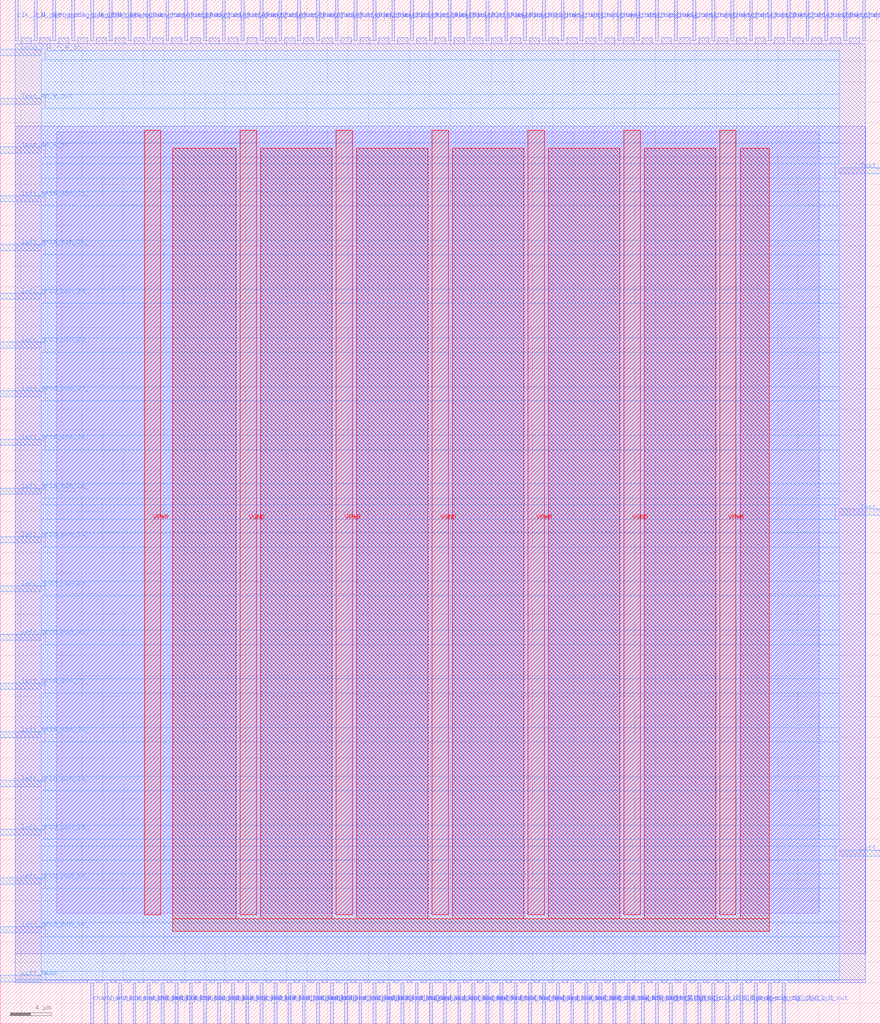
<source format=lef>
VERSION 5.7 ;
  NOWIREEXTENSIONATPIN ON ;
  DIVIDERCHAR "/" ;
  BUSBITCHARS "[]" ;
MACRO cby_1__1_
  CLASS BLOCK ;
  FOREIGN cby_1__1_ ;
  ORIGIN 0.000 0.000 ;
  SIZE 86.000 BY 100.000 ;
  PIN Test_en_E_in
    DIRECTION INPUT ;
    USE SIGNAL ;
    PORT
      LAYER met3 ;
        RECT 82.000 83.000 86.000 83.600 ;
    END
  END Test_en_E_in
  PIN Test_en_E_out
    DIRECTION OUTPUT TRISTATE ;
    USE SIGNAL ;
    PORT
      LAYER met3 ;
        RECT 82.000 49.680 86.000 50.280 ;
    END
  END Test_en_E_out
  PIN Test_en_N_out
    DIRECTION OUTPUT TRISTATE ;
    USE SIGNAL ;
    PORT
      LAYER met2 ;
        RECT 10.670 96.000 10.950 100.000 ;
    END
  END Test_en_N_out
  PIN Test_en_S_in
    DIRECTION INPUT ;
    USE SIGNAL ;
    PORT
      LAYER met2 ;
        RECT 64.030 0.000 64.310 4.000 ;
    END
  END Test_en_S_in
  PIN Test_en_W_in
    DIRECTION INPUT ;
    USE SIGNAL ;
    PORT
      LAYER met3 ;
        RECT 0.000 85.040 4.000 85.640 ;
    END
  END Test_en_W_in
  PIN Test_en_W_out
    DIRECTION OUTPUT TRISTATE ;
    USE SIGNAL ;
    PORT
      LAYER met3 ;
        RECT 0.000 89.800 4.000 90.400 ;
    END
  END Test_en_W_out
  PIN VGND
    DIRECTION INOUT ;
    USE GROUND ;
    PORT
      LAYER met4 ;
        RECT 23.460 10.640 25.060 87.280 ;
    END
    PORT
      LAYER met4 ;
        RECT 42.200 10.640 43.800 87.280 ;
    END
    PORT
      LAYER met4 ;
        RECT 60.940 10.640 62.540 87.280 ;
    END
  END VGND
  PIN VPWR
    DIRECTION INOUT ;
    USE POWER ;
    PORT
      LAYER met4 ;
        RECT 14.090 10.640 15.690 87.280 ;
    END
    PORT
      LAYER met4 ;
        RECT 32.830 10.640 34.430 87.280 ;
    END
    PORT
      LAYER met4 ;
        RECT 51.570 10.640 53.170 87.280 ;
    END
    PORT
      LAYER met4 ;
        RECT 70.310 10.640 71.910 87.280 ;
    END
  END VPWR
  PIN ccff_head
    DIRECTION INPUT ;
    USE SIGNAL ;
    PORT
      LAYER met3 ;
        RECT 0.000 4.120 4.000 4.720 ;
    END
  END ccff_head
  PIN ccff_tail
    DIRECTION OUTPUT TRISTATE ;
    USE SIGNAL ;
    PORT
      LAYER met3 ;
        RECT 82.000 16.360 86.000 16.960 ;
    END
  END ccff_tail
  PIN chany_bottom_in[0]
    DIRECTION INPUT ;
    USE SIGNAL ;
    PORT
      LAYER met2 ;
        RECT 36.430 0.000 36.710 4.000 ;
    END
  END chany_bottom_in[0]
  PIN chany_bottom_in[10]
    DIRECTION INPUT ;
    USE SIGNAL ;
    PORT
      LAYER met2 ;
        RECT 50.230 0.000 50.510 4.000 ;
    END
  END chany_bottom_in[10]
  PIN chany_bottom_in[11]
    DIRECTION INPUT ;
    USE SIGNAL ;
    PORT
      LAYER met2 ;
        RECT 51.610 0.000 51.890 4.000 ;
    END
  END chany_bottom_in[11]
  PIN chany_bottom_in[12]
    DIRECTION INPUT ;
    USE SIGNAL ;
    PORT
      LAYER met2 ;
        RECT 52.990 0.000 53.270 4.000 ;
    END
  END chany_bottom_in[12]
  PIN chany_bottom_in[13]
    DIRECTION INPUT ;
    USE SIGNAL ;
    PORT
      LAYER met2 ;
        RECT 54.370 0.000 54.650 4.000 ;
    END
  END chany_bottom_in[13]
  PIN chany_bottom_in[14]
    DIRECTION INPUT ;
    USE SIGNAL ;
    PORT
      LAYER met2 ;
        RECT 55.750 0.000 56.030 4.000 ;
    END
  END chany_bottom_in[14]
  PIN chany_bottom_in[15]
    DIRECTION INPUT ;
    USE SIGNAL ;
    PORT
      LAYER met2 ;
        RECT 57.130 0.000 57.410 4.000 ;
    END
  END chany_bottom_in[15]
  PIN chany_bottom_in[16]
    DIRECTION INPUT ;
    USE SIGNAL ;
    PORT
      LAYER met2 ;
        RECT 58.510 0.000 58.790 4.000 ;
    END
  END chany_bottom_in[16]
  PIN chany_bottom_in[17]
    DIRECTION INPUT ;
    USE SIGNAL ;
    PORT
      LAYER met2 ;
        RECT 59.890 0.000 60.170 4.000 ;
    END
  END chany_bottom_in[17]
  PIN chany_bottom_in[18]
    DIRECTION INPUT ;
    USE SIGNAL ;
    PORT
      LAYER met2 ;
        RECT 61.270 0.000 61.550 4.000 ;
    END
  END chany_bottom_in[18]
  PIN chany_bottom_in[19]
    DIRECTION INPUT ;
    USE SIGNAL ;
    PORT
      LAYER met2 ;
        RECT 62.650 0.000 62.930 4.000 ;
    END
  END chany_bottom_in[19]
  PIN chany_bottom_in[1]
    DIRECTION INPUT ;
    USE SIGNAL ;
    PORT
      LAYER met2 ;
        RECT 37.810 0.000 38.090 4.000 ;
    END
  END chany_bottom_in[1]
  PIN chany_bottom_in[2]
    DIRECTION INPUT ;
    USE SIGNAL ;
    PORT
      LAYER met2 ;
        RECT 39.190 0.000 39.470 4.000 ;
    END
  END chany_bottom_in[2]
  PIN chany_bottom_in[3]
    DIRECTION INPUT ;
    USE SIGNAL ;
    PORT
      LAYER met2 ;
        RECT 40.570 0.000 40.850 4.000 ;
    END
  END chany_bottom_in[3]
  PIN chany_bottom_in[4]
    DIRECTION INPUT ;
    USE SIGNAL ;
    PORT
      LAYER met2 ;
        RECT 41.950 0.000 42.230 4.000 ;
    END
  END chany_bottom_in[4]
  PIN chany_bottom_in[5]
    DIRECTION INPUT ;
    USE SIGNAL ;
    PORT
      LAYER met2 ;
        RECT 43.330 0.000 43.610 4.000 ;
    END
  END chany_bottom_in[5]
  PIN chany_bottom_in[6]
    DIRECTION INPUT ;
    USE SIGNAL ;
    PORT
      LAYER met2 ;
        RECT 44.710 0.000 44.990 4.000 ;
    END
  END chany_bottom_in[6]
  PIN chany_bottom_in[7]
    DIRECTION INPUT ;
    USE SIGNAL ;
    PORT
      LAYER met2 ;
        RECT 46.090 0.000 46.370 4.000 ;
    END
  END chany_bottom_in[7]
  PIN chany_bottom_in[8]
    DIRECTION INPUT ;
    USE SIGNAL ;
    PORT
      LAYER met2 ;
        RECT 47.470 0.000 47.750 4.000 ;
    END
  END chany_bottom_in[8]
  PIN chany_bottom_in[9]
    DIRECTION INPUT ;
    USE SIGNAL ;
    PORT
      LAYER met2 ;
        RECT 48.850 0.000 49.130 4.000 ;
    END
  END chany_bottom_in[9]
  PIN chany_bottom_out[0]
    DIRECTION OUTPUT TRISTATE ;
    USE SIGNAL ;
    PORT
      LAYER met2 ;
        RECT 8.830 0.000 9.110 4.000 ;
    END
  END chany_bottom_out[0]
  PIN chany_bottom_out[10]
    DIRECTION OUTPUT TRISTATE ;
    USE SIGNAL ;
    PORT
      LAYER met2 ;
        RECT 22.630 0.000 22.910 4.000 ;
    END
  END chany_bottom_out[10]
  PIN chany_bottom_out[11]
    DIRECTION OUTPUT TRISTATE ;
    USE SIGNAL ;
    PORT
      LAYER met2 ;
        RECT 24.010 0.000 24.290 4.000 ;
    END
  END chany_bottom_out[11]
  PIN chany_bottom_out[12]
    DIRECTION OUTPUT TRISTATE ;
    USE SIGNAL ;
    PORT
      LAYER met2 ;
        RECT 25.390 0.000 25.670 4.000 ;
    END
  END chany_bottom_out[12]
  PIN chany_bottom_out[13]
    DIRECTION OUTPUT TRISTATE ;
    USE SIGNAL ;
    PORT
      LAYER met2 ;
        RECT 26.770 0.000 27.050 4.000 ;
    END
  END chany_bottom_out[13]
  PIN chany_bottom_out[14]
    DIRECTION OUTPUT TRISTATE ;
    USE SIGNAL ;
    PORT
      LAYER met2 ;
        RECT 28.150 0.000 28.430 4.000 ;
    END
  END chany_bottom_out[14]
  PIN chany_bottom_out[15]
    DIRECTION OUTPUT TRISTATE ;
    USE SIGNAL ;
    PORT
      LAYER met2 ;
        RECT 29.530 0.000 29.810 4.000 ;
    END
  END chany_bottom_out[15]
  PIN chany_bottom_out[16]
    DIRECTION OUTPUT TRISTATE ;
    USE SIGNAL ;
    PORT
      LAYER met2 ;
        RECT 30.910 0.000 31.190 4.000 ;
    END
  END chany_bottom_out[16]
  PIN chany_bottom_out[17]
    DIRECTION OUTPUT TRISTATE ;
    USE SIGNAL ;
    PORT
      LAYER met2 ;
        RECT 32.290 0.000 32.570 4.000 ;
    END
  END chany_bottom_out[17]
  PIN chany_bottom_out[18]
    DIRECTION OUTPUT TRISTATE ;
    USE SIGNAL ;
    PORT
      LAYER met2 ;
        RECT 33.670 0.000 33.950 4.000 ;
    END
  END chany_bottom_out[18]
  PIN chany_bottom_out[19]
    DIRECTION OUTPUT TRISTATE ;
    USE SIGNAL ;
    PORT
      LAYER met2 ;
        RECT 35.050 0.000 35.330 4.000 ;
    END
  END chany_bottom_out[19]
  PIN chany_bottom_out[1]
    DIRECTION OUTPUT TRISTATE ;
    USE SIGNAL ;
    PORT
      LAYER met2 ;
        RECT 10.210 0.000 10.490 4.000 ;
    END
  END chany_bottom_out[1]
  PIN chany_bottom_out[2]
    DIRECTION OUTPUT TRISTATE ;
    USE SIGNAL ;
    PORT
      LAYER met2 ;
        RECT 11.590 0.000 11.870 4.000 ;
    END
  END chany_bottom_out[2]
  PIN chany_bottom_out[3]
    DIRECTION OUTPUT TRISTATE ;
    USE SIGNAL ;
    PORT
      LAYER met2 ;
        RECT 12.970 0.000 13.250 4.000 ;
    END
  END chany_bottom_out[3]
  PIN chany_bottom_out[4]
    DIRECTION OUTPUT TRISTATE ;
    USE SIGNAL ;
    PORT
      LAYER met2 ;
        RECT 14.350 0.000 14.630 4.000 ;
    END
  END chany_bottom_out[4]
  PIN chany_bottom_out[5]
    DIRECTION OUTPUT TRISTATE ;
    USE SIGNAL ;
    PORT
      LAYER met2 ;
        RECT 15.730 0.000 16.010 4.000 ;
    END
  END chany_bottom_out[5]
  PIN chany_bottom_out[6]
    DIRECTION OUTPUT TRISTATE ;
    USE SIGNAL ;
    PORT
      LAYER met2 ;
        RECT 17.110 0.000 17.390 4.000 ;
    END
  END chany_bottom_out[6]
  PIN chany_bottom_out[7]
    DIRECTION OUTPUT TRISTATE ;
    USE SIGNAL ;
    PORT
      LAYER met2 ;
        RECT 18.490 0.000 18.770 4.000 ;
    END
  END chany_bottom_out[7]
  PIN chany_bottom_out[8]
    DIRECTION OUTPUT TRISTATE ;
    USE SIGNAL ;
    PORT
      LAYER met2 ;
        RECT 19.870 0.000 20.150 4.000 ;
    END
  END chany_bottom_out[8]
  PIN chany_bottom_out[9]
    DIRECTION OUTPUT TRISTATE ;
    USE SIGNAL ;
    PORT
      LAYER met2 ;
        RECT 21.250 0.000 21.530 4.000 ;
    END
  END chany_bottom_out[9]
  PIN chany_top_in[0]
    DIRECTION INPUT ;
    USE SIGNAL ;
    PORT
      LAYER met2 ;
        RECT 49.310 96.000 49.590 100.000 ;
    END
  END chany_top_in[0]
  PIN chany_top_in[10]
    DIRECTION INPUT ;
    USE SIGNAL ;
    PORT
      LAYER met2 ;
        RECT 67.710 96.000 67.990 100.000 ;
    END
  END chany_top_in[10]
  PIN chany_top_in[11]
    DIRECTION INPUT ;
    USE SIGNAL ;
    PORT
      LAYER met2 ;
        RECT 69.550 96.000 69.830 100.000 ;
    END
  END chany_top_in[11]
  PIN chany_top_in[12]
    DIRECTION INPUT ;
    USE SIGNAL ;
    PORT
      LAYER met2 ;
        RECT 71.390 96.000 71.670 100.000 ;
    END
  END chany_top_in[12]
  PIN chany_top_in[13]
    DIRECTION INPUT ;
    USE SIGNAL ;
    PORT
      LAYER met2 ;
        RECT 73.230 96.000 73.510 100.000 ;
    END
  END chany_top_in[13]
  PIN chany_top_in[14]
    DIRECTION INPUT ;
    USE SIGNAL ;
    PORT
      LAYER met2 ;
        RECT 75.070 96.000 75.350 100.000 ;
    END
  END chany_top_in[14]
  PIN chany_top_in[15]
    DIRECTION INPUT ;
    USE SIGNAL ;
    PORT
      LAYER met2 ;
        RECT 76.910 96.000 77.190 100.000 ;
    END
  END chany_top_in[15]
  PIN chany_top_in[16]
    DIRECTION INPUT ;
    USE SIGNAL ;
    PORT
      LAYER met2 ;
        RECT 78.750 96.000 79.030 100.000 ;
    END
  END chany_top_in[16]
  PIN chany_top_in[17]
    DIRECTION INPUT ;
    USE SIGNAL ;
    PORT
      LAYER met2 ;
        RECT 80.590 96.000 80.870 100.000 ;
    END
  END chany_top_in[17]
  PIN chany_top_in[18]
    DIRECTION INPUT ;
    USE SIGNAL ;
    PORT
      LAYER met2 ;
        RECT 82.430 96.000 82.710 100.000 ;
    END
  END chany_top_in[18]
  PIN chany_top_in[19]
    DIRECTION INPUT ;
    USE SIGNAL ;
    PORT
      LAYER met2 ;
        RECT 84.270 96.000 84.550 100.000 ;
    END
  END chany_top_in[19]
  PIN chany_top_in[1]
    DIRECTION INPUT ;
    USE SIGNAL ;
    PORT
      LAYER met2 ;
        RECT 51.150 96.000 51.430 100.000 ;
    END
  END chany_top_in[1]
  PIN chany_top_in[2]
    DIRECTION INPUT ;
    USE SIGNAL ;
    PORT
      LAYER met2 ;
        RECT 52.990 96.000 53.270 100.000 ;
    END
  END chany_top_in[2]
  PIN chany_top_in[3]
    DIRECTION INPUT ;
    USE SIGNAL ;
    PORT
      LAYER met2 ;
        RECT 54.830 96.000 55.110 100.000 ;
    END
  END chany_top_in[3]
  PIN chany_top_in[4]
    DIRECTION INPUT ;
    USE SIGNAL ;
    PORT
      LAYER met2 ;
        RECT 56.670 96.000 56.950 100.000 ;
    END
  END chany_top_in[4]
  PIN chany_top_in[5]
    DIRECTION INPUT ;
    USE SIGNAL ;
    PORT
      LAYER met2 ;
        RECT 58.510 96.000 58.790 100.000 ;
    END
  END chany_top_in[5]
  PIN chany_top_in[6]
    DIRECTION INPUT ;
    USE SIGNAL ;
    PORT
      LAYER met2 ;
        RECT 60.350 96.000 60.630 100.000 ;
    END
  END chany_top_in[6]
  PIN chany_top_in[7]
    DIRECTION INPUT ;
    USE SIGNAL ;
    PORT
      LAYER met2 ;
        RECT 62.190 96.000 62.470 100.000 ;
    END
  END chany_top_in[7]
  PIN chany_top_in[8]
    DIRECTION INPUT ;
    USE SIGNAL ;
    PORT
      LAYER met2 ;
        RECT 64.030 96.000 64.310 100.000 ;
    END
  END chany_top_in[8]
  PIN chany_top_in[9]
    DIRECTION INPUT ;
    USE SIGNAL ;
    PORT
      LAYER met2 ;
        RECT 65.870 96.000 66.150 100.000 ;
    END
  END chany_top_in[9]
  PIN chany_top_out[0]
    DIRECTION OUTPUT TRISTATE ;
    USE SIGNAL ;
    PORT
      LAYER met2 ;
        RECT 12.510 96.000 12.790 100.000 ;
    END
  END chany_top_out[0]
  PIN chany_top_out[10]
    DIRECTION OUTPUT TRISTATE ;
    USE SIGNAL ;
    PORT
      LAYER met2 ;
        RECT 30.910 96.000 31.190 100.000 ;
    END
  END chany_top_out[10]
  PIN chany_top_out[11]
    DIRECTION OUTPUT TRISTATE ;
    USE SIGNAL ;
    PORT
      LAYER met2 ;
        RECT 32.750 96.000 33.030 100.000 ;
    END
  END chany_top_out[11]
  PIN chany_top_out[12]
    DIRECTION OUTPUT TRISTATE ;
    USE SIGNAL ;
    PORT
      LAYER met2 ;
        RECT 34.590 96.000 34.870 100.000 ;
    END
  END chany_top_out[12]
  PIN chany_top_out[13]
    DIRECTION OUTPUT TRISTATE ;
    USE SIGNAL ;
    PORT
      LAYER met2 ;
        RECT 36.430 96.000 36.710 100.000 ;
    END
  END chany_top_out[13]
  PIN chany_top_out[14]
    DIRECTION OUTPUT TRISTATE ;
    USE SIGNAL ;
    PORT
      LAYER met2 ;
        RECT 38.270 96.000 38.550 100.000 ;
    END
  END chany_top_out[14]
  PIN chany_top_out[15]
    DIRECTION OUTPUT TRISTATE ;
    USE SIGNAL ;
    PORT
      LAYER met2 ;
        RECT 40.110 96.000 40.390 100.000 ;
    END
  END chany_top_out[15]
  PIN chany_top_out[16]
    DIRECTION OUTPUT TRISTATE ;
    USE SIGNAL ;
    PORT
      LAYER met2 ;
        RECT 41.950 96.000 42.230 100.000 ;
    END
  END chany_top_out[16]
  PIN chany_top_out[17]
    DIRECTION OUTPUT TRISTATE ;
    USE SIGNAL ;
    PORT
      LAYER met2 ;
        RECT 43.790 96.000 44.070 100.000 ;
    END
  END chany_top_out[17]
  PIN chany_top_out[18]
    DIRECTION OUTPUT TRISTATE ;
    USE SIGNAL ;
    PORT
      LAYER met2 ;
        RECT 45.630 96.000 45.910 100.000 ;
    END
  END chany_top_out[18]
  PIN chany_top_out[19]
    DIRECTION OUTPUT TRISTATE ;
    USE SIGNAL ;
    PORT
      LAYER met2 ;
        RECT 47.470 96.000 47.750 100.000 ;
    END
  END chany_top_out[19]
  PIN chany_top_out[1]
    DIRECTION OUTPUT TRISTATE ;
    USE SIGNAL ;
    PORT
      LAYER met2 ;
        RECT 14.350 96.000 14.630 100.000 ;
    END
  END chany_top_out[1]
  PIN chany_top_out[2]
    DIRECTION OUTPUT TRISTATE ;
    USE SIGNAL ;
    PORT
      LAYER met2 ;
        RECT 16.190 96.000 16.470 100.000 ;
    END
  END chany_top_out[2]
  PIN chany_top_out[3]
    DIRECTION OUTPUT TRISTATE ;
    USE SIGNAL ;
    PORT
      LAYER met2 ;
        RECT 18.030 96.000 18.310 100.000 ;
    END
  END chany_top_out[3]
  PIN chany_top_out[4]
    DIRECTION OUTPUT TRISTATE ;
    USE SIGNAL ;
    PORT
      LAYER met2 ;
        RECT 19.870 96.000 20.150 100.000 ;
    END
  END chany_top_out[4]
  PIN chany_top_out[5]
    DIRECTION OUTPUT TRISTATE ;
    USE SIGNAL ;
    PORT
      LAYER met2 ;
        RECT 21.710 96.000 21.990 100.000 ;
    END
  END chany_top_out[5]
  PIN chany_top_out[6]
    DIRECTION OUTPUT TRISTATE ;
    USE SIGNAL ;
    PORT
      LAYER met2 ;
        RECT 23.550 96.000 23.830 100.000 ;
    END
  END chany_top_out[6]
  PIN chany_top_out[7]
    DIRECTION OUTPUT TRISTATE ;
    USE SIGNAL ;
    PORT
      LAYER met2 ;
        RECT 25.390 96.000 25.670 100.000 ;
    END
  END chany_top_out[7]
  PIN chany_top_out[8]
    DIRECTION OUTPUT TRISTATE ;
    USE SIGNAL ;
    PORT
      LAYER met2 ;
        RECT 27.230 96.000 27.510 100.000 ;
    END
  END chany_top_out[8]
  PIN chany_top_out[9]
    DIRECTION OUTPUT TRISTATE ;
    USE SIGNAL ;
    PORT
      LAYER met2 ;
        RECT 29.070 96.000 29.350 100.000 ;
    END
  END chany_top_out[9]
  PIN clk_2_N_out
    DIRECTION OUTPUT TRISTATE ;
    USE SIGNAL ;
    PORT
      LAYER met2 ;
        RECT 1.470 96.000 1.750 100.000 ;
    END
  END clk_2_N_out
  PIN clk_2_S_in
    DIRECTION INPUT ;
    USE SIGNAL ;
    PORT
      LAYER met2 ;
        RECT 65.410 0.000 65.690 4.000 ;
    END
  END clk_2_S_in
  PIN clk_2_S_out
    DIRECTION OUTPUT TRISTATE ;
    USE SIGNAL ;
    PORT
      LAYER met2 ;
        RECT 70.930 0.000 71.210 4.000 ;
    END
  END clk_2_S_out
  PIN clk_3_N_out
    DIRECTION OUTPUT TRISTATE ;
    USE SIGNAL ;
    PORT
      LAYER met2 ;
        RECT 3.310 96.000 3.590 100.000 ;
    END
  END clk_3_N_out
  PIN clk_3_S_in
    DIRECTION INPUT ;
    USE SIGNAL ;
    PORT
      LAYER met2 ;
        RECT 66.790 0.000 67.070 4.000 ;
    END
  END clk_3_S_in
  PIN clk_3_S_out
    DIRECTION OUTPUT TRISTATE ;
    USE SIGNAL ;
    PORT
      LAYER met2 ;
        RECT 72.310 0.000 72.590 4.000 ;
    END
  END clk_3_S_out
  PIN left_grid_pin_16_
    DIRECTION OUTPUT TRISTATE ;
    USE SIGNAL ;
    PORT
      LAYER met3 ;
        RECT 0.000 8.880 4.000 9.480 ;
    END
  END left_grid_pin_16_
  PIN left_grid_pin_17_
    DIRECTION OUTPUT TRISTATE ;
    USE SIGNAL ;
    PORT
      LAYER met3 ;
        RECT 0.000 13.640 4.000 14.240 ;
    END
  END left_grid_pin_17_
  PIN left_grid_pin_18_
    DIRECTION OUTPUT TRISTATE ;
    USE SIGNAL ;
    PORT
      LAYER met3 ;
        RECT 0.000 18.400 4.000 19.000 ;
    END
  END left_grid_pin_18_
  PIN left_grid_pin_19_
    DIRECTION OUTPUT TRISTATE ;
    USE SIGNAL ;
    PORT
      LAYER met3 ;
        RECT 0.000 23.160 4.000 23.760 ;
    END
  END left_grid_pin_19_
  PIN left_grid_pin_20_
    DIRECTION OUTPUT TRISTATE ;
    USE SIGNAL ;
    PORT
      LAYER met3 ;
        RECT 0.000 27.920 4.000 28.520 ;
    END
  END left_grid_pin_20_
  PIN left_grid_pin_21_
    DIRECTION OUTPUT TRISTATE ;
    USE SIGNAL ;
    PORT
      LAYER met3 ;
        RECT 0.000 32.680 4.000 33.280 ;
    END
  END left_grid_pin_21_
  PIN left_grid_pin_22_
    DIRECTION OUTPUT TRISTATE ;
    USE SIGNAL ;
    PORT
      LAYER met3 ;
        RECT 0.000 37.440 4.000 38.040 ;
    END
  END left_grid_pin_22_
  PIN left_grid_pin_23_
    DIRECTION OUTPUT TRISTATE ;
    USE SIGNAL ;
    PORT
      LAYER met3 ;
        RECT 0.000 42.200 4.000 42.800 ;
    END
  END left_grid_pin_23_
  PIN left_grid_pin_24_
    DIRECTION OUTPUT TRISTATE ;
    USE SIGNAL ;
    PORT
      LAYER met3 ;
        RECT 0.000 46.960 4.000 47.560 ;
    END
  END left_grid_pin_24_
  PIN left_grid_pin_25_
    DIRECTION OUTPUT TRISTATE ;
    USE SIGNAL ;
    PORT
      LAYER met3 ;
        RECT 0.000 51.720 4.000 52.320 ;
    END
  END left_grid_pin_25_
  PIN left_grid_pin_26_
    DIRECTION OUTPUT TRISTATE ;
    USE SIGNAL ;
    PORT
      LAYER met3 ;
        RECT 0.000 56.480 4.000 57.080 ;
    END
  END left_grid_pin_26_
  PIN left_grid_pin_27_
    DIRECTION OUTPUT TRISTATE ;
    USE SIGNAL ;
    PORT
      LAYER met3 ;
        RECT 0.000 61.240 4.000 61.840 ;
    END
  END left_grid_pin_27_
  PIN left_grid_pin_28_
    DIRECTION OUTPUT TRISTATE ;
    USE SIGNAL ;
    PORT
      LAYER met3 ;
        RECT 0.000 66.000 4.000 66.600 ;
    END
  END left_grid_pin_28_
  PIN left_grid_pin_29_
    DIRECTION OUTPUT TRISTATE ;
    USE SIGNAL ;
    PORT
      LAYER met3 ;
        RECT 0.000 70.760 4.000 71.360 ;
    END
  END left_grid_pin_29_
  PIN left_grid_pin_30_
    DIRECTION OUTPUT TRISTATE ;
    USE SIGNAL ;
    PORT
      LAYER met3 ;
        RECT 0.000 75.520 4.000 76.120 ;
    END
  END left_grid_pin_30_
  PIN left_grid_pin_31_
    DIRECTION OUTPUT TRISTATE ;
    USE SIGNAL ;
    PORT
      LAYER met3 ;
        RECT 0.000 80.280 4.000 80.880 ;
    END
  END left_grid_pin_31_
  PIN prog_clk_0_N_out
    DIRECTION OUTPUT TRISTATE ;
    USE SIGNAL ;
    PORT
      LAYER met2 ;
        RECT 5.150 96.000 5.430 100.000 ;
    END
  END prog_clk_0_N_out
  PIN prog_clk_0_S_out
    DIRECTION OUTPUT TRISTATE ;
    USE SIGNAL ;
    PORT
      LAYER met2 ;
        RECT 73.690 0.000 73.970 4.000 ;
    END
  END prog_clk_0_S_out
  PIN prog_clk_0_W_in
    DIRECTION INPUT ;
    USE SIGNAL ;
    PORT
      LAYER met3 ;
        RECT 0.000 94.560 4.000 95.160 ;
    END
  END prog_clk_0_W_in
  PIN prog_clk_2_N_out
    DIRECTION OUTPUT TRISTATE ;
    USE SIGNAL ;
    PORT
      LAYER met2 ;
        RECT 6.990 96.000 7.270 100.000 ;
    END
  END prog_clk_2_N_out
  PIN prog_clk_2_S_in
    DIRECTION INPUT ;
    USE SIGNAL ;
    PORT
      LAYER met2 ;
        RECT 68.170 0.000 68.450 4.000 ;
    END
  END prog_clk_2_S_in
  PIN prog_clk_2_S_out
    DIRECTION OUTPUT TRISTATE ;
    USE SIGNAL ;
    PORT
      LAYER met2 ;
        RECT 75.070 0.000 75.350 4.000 ;
    END
  END prog_clk_2_S_out
  PIN prog_clk_3_N_out
    DIRECTION OUTPUT TRISTATE ;
    USE SIGNAL ;
    PORT
      LAYER met2 ;
        RECT 8.830 96.000 9.110 100.000 ;
    END
  END prog_clk_3_N_out
  PIN prog_clk_3_S_in
    DIRECTION INPUT ;
    USE SIGNAL ;
    PORT
      LAYER met2 ;
        RECT 69.550 0.000 69.830 4.000 ;
    END
  END prog_clk_3_S_in
  PIN prog_clk_3_S_out
    DIRECTION OUTPUT TRISTATE ;
    USE SIGNAL ;
    PORT
      LAYER met2 ;
        RECT 76.450 0.000 76.730 4.000 ;
    END
  END prog_clk_3_S_out
  OBS
      LAYER li1 ;
        RECT 5.520 10.795 80.040 87.125 ;
      LAYER met1 ;
        RECT 1.450 6.840 84.570 87.680 ;
      LAYER met2 ;
        RECT 2.030 95.720 3.030 96.290 ;
        RECT 3.870 95.720 4.870 96.290 ;
        RECT 5.710 95.720 6.710 96.290 ;
        RECT 7.550 95.720 8.550 96.290 ;
        RECT 9.390 95.720 10.390 96.290 ;
        RECT 11.230 95.720 12.230 96.290 ;
        RECT 13.070 95.720 14.070 96.290 ;
        RECT 14.910 95.720 15.910 96.290 ;
        RECT 16.750 95.720 17.750 96.290 ;
        RECT 18.590 95.720 19.590 96.290 ;
        RECT 20.430 95.720 21.430 96.290 ;
        RECT 22.270 95.720 23.270 96.290 ;
        RECT 24.110 95.720 25.110 96.290 ;
        RECT 25.950 95.720 26.950 96.290 ;
        RECT 27.790 95.720 28.790 96.290 ;
        RECT 29.630 95.720 30.630 96.290 ;
        RECT 31.470 95.720 32.470 96.290 ;
        RECT 33.310 95.720 34.310 96.290 ;
        RECT 35.150 95.720 36.150 96.290 ;
        RECT 36.990 95.720 37.990 96.290 ;
        RECT 38.830 95.720 39.830 96.290 ;
        RECT 40.670 95.720 41.670 96.290 ;
        RECT 42.510 95.720 43.510 96.290 ;
        RECT 44.350 95.720 45.350 96.290 ;
        RECT 46.190 95.720 47.190 96.290 ;
        RECT 48.030 95.720 49.030 96.290 ;
        RECT 49.870 95.720 50.870 96.290 ;
        RECT 51.710 95.720 52.710 96.290 ;
        RECT 53.550 95.720 54.550 96.290 ;
        RECT 55.390 95.720 56.390 96.290 ;
        RECT 57.230 95.720 58.230 96.290 ;
        RECT 59.070 95.720 60.070 96.290 ;
        RECT 60.910 95.720 61.910 96.290 ;
        RECT 62.750 95.720 63.750 96.290 ;
        RECT 64.590 95.720 65.590 96.290 ;
        RECT 66.430 95.720 67.430 96.290 ;
        RECT 68.270 95.720 69.270 96.290 ;
        RECT 70.110 95.720 71.110 96.290 ;
        RECT 71.950 95.720 72.950 96.290 ;
        RECT 73.790 95.720 74.790 96.290 ;
        RECT 75.630 95.720 76.630 96.290 ;
        RECT 77.470 95.720 78.470 96.290 ;
        RECT 79.310 95.720 80.310 96.290 ;
        RECT 81.150 95.720 82.150 96.290 ;
        RECT 82.990 95.720 83.990 96.290 ;
        RECT 1.480 4.280 84.540 95.720 ;
        RECT 1.480 4.000 8.550 4.280 ;
        RECT 9.390 4.000 9.930 4.280 ;
        RECT 10.770 4.000 11.310 4.280 ;
        RECT 12.150 4.000 12.690 4.280 ;
        RECT 13.530 4.000 14.070 4.280 ;
        RECT 14.910 4.000 15.450 4.280 ;
        RECT 16.290 4.000 16.830 4.280 ;
        RECT 17.670 4.000 18.210 4.280 ;
        RECT 19.050 4.000 19.590 4.280 ;
        RECT 20.430 4.000 20.970 4.280 ;
        RECT 21.810 4.000 22.350 4.280 ;
        RECT 23.190 4.000 23.730 4.280 ;
        RECT 24.570 4.000 25.110 4.280 ;
        RECT 25.950 4.000 26.490 4.280 ;
        RECT 27.330 4.000 27.870 4.280 ;
        RECT 28.710 4.000 29.250 4.280 ;
        RECT 30.090 4.000 30.630 4.280 ;
        RECT 31.470 4.000 32.010 4.280 ;
        RECT 32.850 4.000 33.390 4.280 ;
        RECT 34.230 4.000 34.770 4.280 ;
        RECT 35.610 4.000 36.150 4.280 ;
        RECT 36.990 4.000 37.530 4.280 ;
        RECT 38.370 4.000 38.910 4.280 ;
        RECT 39.750 4.000 40.290 4.280 ;
        RECT 41.130 4.000 41.670 4.280 ;
        RECT 42.510 4.000 43.050 4.280 ;
        RECT 43.890 4.000 44.430 4.280 ;
        RECT 45.270 4.000 45.810 4.280 ;
        RECT 46.650 4.000 47.190 4.280 ;
        RECT 48.030 4.000 48.570 4.280 ;
        RECT 49.410 4.000 49.950 4.280 ;
        RECT 50.790 4.000 51.330 4.280 ;
        RECT 52.170 4.000 52.710 4.280 ;
        RECT 53.550 4.000 54.090 4.280 ;
        RECT 54.930 4.000 55.470 4.280 ;
        RECT 56.310 4.000 56.850 4.280 ;
        RECT 57.690 4.000 58.230 4.280 ;
        RECT 59.070 4.000 59.610 4.280 ;
        RECT 60.450 4.000 60.990 4.280 ;
        RECT 61.830 4.000 62.370 4.280 ;
        RECT 63.210 4.000 63.750 4.280 ;
        RECT 64.590 4.000 65.130 4.280 ;
        RECT 65.970 4.000 66.510 4.280 ;
        RECT 67.350 4.000 67.890 4.280 ;
        RECT 68.730 4.000 69.270 4.280 ;
        RECT 70.110 4.000 70.650 4.280 ;
        RECT 71.490 4.000 72.030 4.280 ;
        RECT 72.870 4.000 73.410 4.280 ;
        RECT 74.250 4.000 74.790 4.280 ;
        RECT 75.630 4.000 76.170 4.280 ;
        RECT 77.010 4.000 84.540 4.280 ;
      LAYER met3 ;
        RECT 4.400 94.160 82.000 95.025 ;
        RECT 4.000 90.800 82.000 94.160 ;
        RECT 4.400 89.400 82.000 90.800 ;
        RECT 4.000 86.040 82.000 89.400 ;
        RECT 4.400 84.640 82.000 86.040 ;
        RECT 4.000 84.000 82.000 84.640 ;
        RECT 4.000 82.600 81.600 84.000 ;
        RECT 4.000 81.280 82.000 82.600 ;
        RECT 4.400 79.880 82.000 81.280 ;
        RECT 4.000 76.520 82.000 79.880 ;
        RECT 4.400 75.120 82.000 76.520 ;
        RECT 4.000 71.760 82.000 75.120 ;
        RECT 4.400 70.360 82.000 71.760 ;
        RECT 4.000 67.000 82.000 70.360 ;
        RECT 4.400 65.600 82.000 67.000 ;
        RECT 4.000 62.240 82.000 65.600 ;
        RECT 4.400 60.840 82.000 62.240 ;
        RECT 4.000 57.480 82.000 60.840 ;
        RECT 4.400 56.080 82.000 57.480 ;
        RECT 4.000 52.720 82.000 56.080 ;
        RECT 4.400 51.320 82.000 52.720 ;
        RECT 4.000 50.680 82.000 51.320 ;
        RECT 4.000 49.280 81.600 50.680 ;
        RECT 4.000 47.960 82.000 49.280 ;
        RECT 4.400 46.560 82.000 47.960 ;
        RECT 4.000 43.200 82.000 46.560 ;
        RECT 4.400 41.800 82.000 43.200 ;
        RECT 4.000 38.440 82.000 41.800 ;
        RECT 4.400 37.040 82.000 38.440 ;
        RECT 4.000 33.680 82.000 37.040 ;
        RECT 4.400 32.280 82.000 33.680 ;
        RECT 4.000 28.920 82.000 32.280 ;
        RECT 4.400 27.520 82.000 28.920 ;
        RECT 4.000 24.160 82.000 27.520 ;
        RECT 4.400 22.760 82.000 24.160 ;
        RECT 4.000 19.400 82.000 22.760 ;
        RECT 4.400 18.000 82.000 19.400 ;
        RECT 4.000 17.360 82.000 18.000 ;
        RECT 4.000 15.960 81.600 17.360 ;
        RECT 4.000 14.640 82.000 15.960 ;
        RECT 4.400 13.240 82.000 14.640 ;
        RECT 4.000 9.880 82.000 13.240 ;
        RECT 4.400 8.480 82.000 9.880 ;
        RECT 4.000 5.120 82.000 8.480 ;
        RECT 4.400 4.255 82.000 5.120 ;
      LAYER met4 ;
        RECT 16.855 10.240 23.060 85.505 ;
        RECT 25.460 10.240 32.430 85.505 ;
        RECT 34.830 10.240 41.800 85.505 ;
        RECT 44.200 10.240 51.170 85.505 ;
        RECT 53.570 10.240 60.540 85.505 ;
        RECT 62.940 10.240 69.910 85.505 ;
        RECT 72.310 10.240 75.145 85.505 ;
        RECT 16.855 9.015 75.145 10.240 ;
  END
END cby_1__1_
END LIBRARY


</source>
